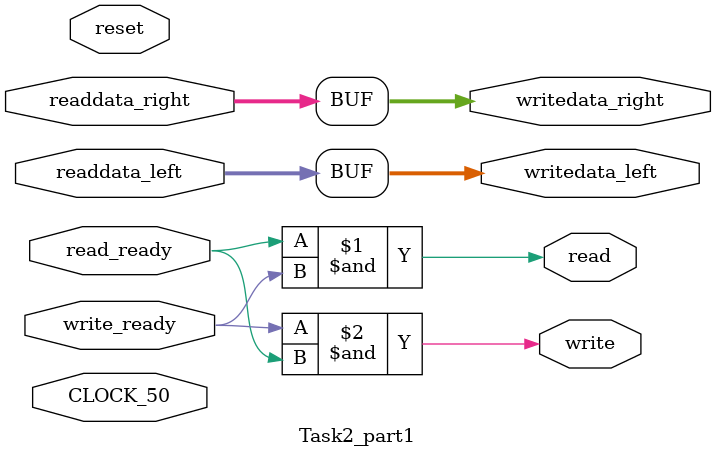
<source format=v>


/*
Description: Task2_part2 reads audio tone data stored in ROM 
initialized from MIF file and continuously outputs both left and right 
audio channels. Cycles through 48,000 samples in ROM, sending each sample 
to writedata_left and writedata_right sequentially. 
ROM address stored internally in 16-bit register increments when write_ready 
goes high. When address reaches last sample, 
wraps back to zero.

Inputs:
CLOCK_50 system clock
write_ready high when ready to output next sample
reset active-high reset signal

Outputs:
writedata_left 24-bit audio output left channel
writedata_right 24-bit audio output right channel 
*/


//Top level for part 1 Task 2
module Task2_part1 (CLOCK_50, reset, read_ready, write_ready, writedata_left, 
writedata_right, readdata_left, readdata_right, read, write);

/////////////////Port list /////////////////////
	input CLOCK_50;
   input reset;
   input read_ready; //was local wire but now need for top module
   input write_ready; //was local wire but now need for top module
   input [23:0] readdata_left, readdata_right;
   output [23:0] writedata_left, writedata_right;
	output read, write;
	
	assign writedata_left = readdata_left; //pass from mic to speaker
			//(((read_ready)) & [23:0] writedata_left ) //wtf
	assign writedata_right = readdata_right;
	assign read = read_ready & write_ready;	//the data is only valid when the read_ready signal is asserted.
	assign write = write_ready & read_ready; //both per thomas // both have to be ready bc youre doing in at same time
endmodule




</source>
